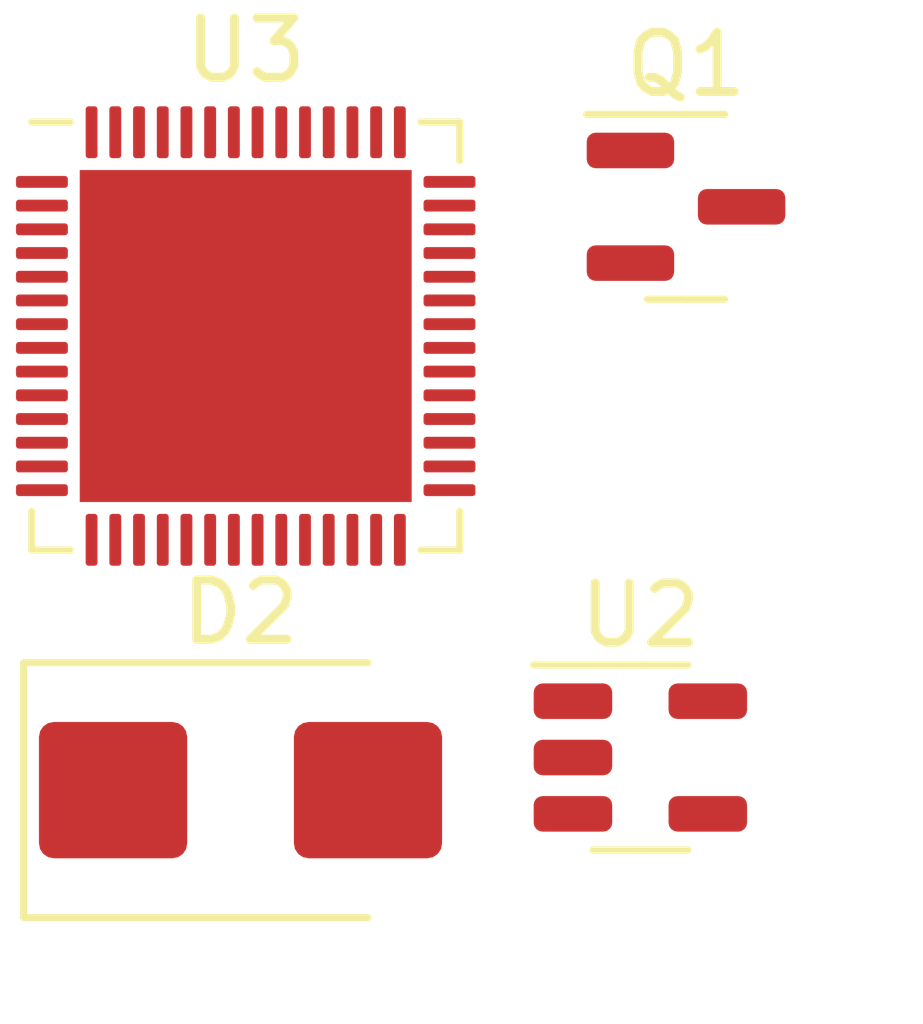
<source format=kicad_pcb>
(kicad_pcb (version 20221018) (generator pcbnew)
  (layers (0 "F.Cu" signal) (31 "B.Cu" signal) (34 "B.Paste" user) (35 "F.Paste" user) (36 "B.SilkS" user "B.Silkscreen") (37 "F.SilkS" user "F.Silkscreen") (38 "B.Mask" user) (39 "F.Mask" user) (44 "Edge.Cuts" user))
  (net 0 "")
  (net 1 "Net-(D2-K)")
  (net 2 "VCC")
  (net 3 "+BATT")
  (net 4 "Net-(D3-K)")
  (net 5 "GND")
  (net 6 "Net-(U2-PROG)")
  (net 8 "VDD3P3")
  (footprint "Package_DFN_QFN:QFN-56-1EP_7x7mm_P0.4mm_EP5.6x5.6mm" (layer "F.Cu") (at 37.66 40.2)
    (fp_text reference "U3" (at 0 -4.82) (layer "F.SilkS"))
    (fp_text value "ESP32-S3")
    (fp_line (start -3.61 3.61) (end -3.61 2.96) (stroke (width 0.12)) (layer "F.SilkS"))
    (fp_line (start -2.96 -3.61) (end -3.61 -3.61) (stroke (width 0.12)) (layer "F.SilkS"))
    (fp_line (start -2.96 3.61) (end -3.61 3.61) (stroke (width 0.12)) (layer "F.SilkS"))
    (fp_line (start 2.96 -3.61) (end 3.61 -3.61) (stroke (width 0.12)) (layer "F.SilkS"))
    (fp_line (start 2.96 3.61) (end 3.61 3.61) (stroke (width 0.12)) (layer "F.SilkS"))
    (fp_line (start 3.61 -3.61) (end 3.61 -2.96) (stroke (width 0.12)) (layer "F.SilkS"))
    (fp_line (start 3.61 3.61) (end 3.61 2.96) (stroke (width 0.12)) (layer "F.SilkS"))
    (pad "1" smd roundrect (at -3.4375 -2.6) (size 0.875 0.2) (layers "F.Cu" "F.Paste" "F.Mask"))
    (pad "2" smd roundrect (at -3.4375 -2.2) (size 0.875 0.2) (layers "F.Cu" "F.Paste" "F.Mask") (net 8 "VDD3P3"))
    (pad "3" smd roundrect (at -3.4375 -1.8) (size 0.875 0.2) (layers "F.Cu" "F.Paste" "F.Mask") (net 8 "VDD3P3"))
    (pad "4" smd roundrect (at -3.4375 -1.4) (size 0.875 0.2) (layers "F.Cu" "F.Paste" "F.Mask"))
    (pad "5" smd roundrect (at -3.4375 -1) (size 0.875 0.2) (layers "F.Cu" "F.Paste" "F.Mask"))
    (pad "6" smd roundrect (at -3.4375 -0.6) (size 0.875 0.2) (layers "F.Cu" "F.Paste" "F.Mask"))
    (pad "7" smd roundrect (at -3.4375 -0.2) (size 0.875 0.2) (layers "F.Cu" "F.Paste" "F.Mask"))
    (pad "8" smd roundrect (at -3.4375 0.2) (size 0.875 0.2) (layers "F.Cu" "F.Paste" "F.Mask"))
    (pad "9" smd roundrect (at -3.4375 0.6) (size 0.875 0.2) (layers "F.Cu" "F.Paste" "F.Mask"))
    (pad "10" smd roundrect (at -3.4375 1) (size 0.875 0.2) (layers "F.Cu" "F.Paste" "F.Mask"))
    (pad "11" smd roundrect (at -3.4375 1.4) (size 0.875 0.2) (layers "F.Cu" "F.Paste" "F.Mask"))
    (pad "12" smd roundrect (at -3.4375 1.8) (size 0.875 0.2) (layers "F.Cu" "F.Paste" "F.Mask"))
    (pad "13" smd roundrect (at -3.4375 2.2) (size 0.875 0.2) (layers "F.Cu" "F.Paste" "F.Mask"))
    (pad "14" smd roundrect (at -3.4375 2.6) (size 0.875 0.2) (layers "F.Cu" "F.Paste" "F.Mask"))
    (pad "15" smd roundrect (at -2.6 3.4375) (size 0.2 0.875) (layers "F.Cu" "F.Paste" "F.Mask"))
    (pad "16" smd roundrect (at -2.2 3.4375) (size 0.2 0.875) (layers "F.Cu" "F.Paste" "F.Mask"))
    (pad "17" smd roundrect (at -1.8 3.4375) (size 0.2 0.875) (layers "F.Cu" "F.Paste" "F.Mask"))
    (pad "18" smd roundrect (at -1.4 3.4375) (size 0.2 0.875) (layers "F.Cu" "F.Paste" "F.Mask"))
    (pad "19" smd roundrect (at -1 3.4375) (size 0.2 0.875) (layers "F.Cu" "F.Paste" "F.Mask"))
    (pad "20" smd roundrect (at -0.6 3.4375) (size 0.2 0.875) (layers "F.Cu" "F.Paste" "F.Mask"))
    (pad "21" smd roundrect (at -0.2 3.4375) (size 0.2 0.875) (layers "F.Cu" "F.Paste" "F.Mask"))
    (pad "22" smd roundrect (at 0.2 3.4375) (size 0.2 0.875) (layers "F.Cu" "F.Paste" "F.Mask"))
    (pad "23" smd roundrect (at 0.6 3.4375) (size 0.2 0.875) (layers "F.Cu" "F.Paste" "F.Mask"))
    (pad "24" smd roundrect (at 1 3.4375) (size 0.2 0.875) (layers "F.Cu" "F.Paste" "F.Mask"))
    (pad "25" smd roundrect (at 1.4 3.4375) (size 0.2 0.875) (layers "F.Cu" "F.Paste" "F.Mask"))
    (pad "26" smd roundrect (at 1.8 3.4375) (size 0.2 0.875) (layers "F.Cu" "F.Paste" "F.Mask"))
    (pad "27" smd roundrect (at 2.2 3.4375) (size 0.2 0.875) (layers "F.Cu" "F.Paste" "F.Mask"))
    (pad "28" smd roundrect (at 2.6 3.4375) (size 0.2 0.875) (layers "F.Cu" "F.Paste" "F.Mask"))
    (pad "29" smd roundrect (at 3.4375 2.6) (size 0.875 0.2) (layers "F.Cu" "F.Paste" "F.Mask"))
    (pad "30" smd roundrect (at 3.4375 2.2) (size 0.875 0.2) (layers "F.Cu" "F.Paste" "F.Mask"))
    (pad "31" smd roundrect (at 3.4375 1.8) (size 0.875 0.2) (layers "F.Cu" "F.Paste" "F.Mask"))
    (pad "32" smd roundrect (at 3.4375 1.4) (size 0.875 0.2) (layers "F.Cu" "F.Paste" "F.Mask"))
    (pad "33" smd roundrect (at 3.4375 1) (size 0.875 0.2) (layers "F.Cu" "F.Paste" "F.Mask"))
    (pad "34" smd roundrect (at 3.4375 0.6) (size 0.875 0.2) (layers "F.Cu" "F.Paste" "F.Mask"))
    (pad "35" smd roundrect (at 3.4375 0.2) (size 0.875 0.2) (layers "F.Cu" "F.Paste" "F.Mask"))
    (pad "36" smd roundrect (at 3.4375 -0.2) (size 0.875 0.2) (layers "F.Cu" "F.Paste" "F.Mask"))
    (pad "37" smd roundrect (at 3.4375 -0.6) (size 0.875 0.2) (layers "F.Cu" "F.Paste" "F.Mask"))
    (pad "38" smd roundrect (at 3.4375 -1) (size 0.875 0.2) (layers "F.Cu" "F.Paste" "F.Mask"))
    (pad "39" smd roundrect (at 3.4375 -1.4) (size 0.875 0.2) (layers "F.Cu" "F.Paste" "F.Mask"))
    (pad "40" smd roundrect (at 3.4375 -1.8) (size 0.875 0.2) (layers "F.Cu" "F.Paste" "F.Mask"))
    (pad "41" smd roundrect (at 3.4375 -2.2) (size 0.875 0.2) (layers "F.Cu" "F.Paste" "F.Mask"))
    (pad "42" smd roundrect (at 3.4375 -2.6) (size 0.875 0.2) (layers "F.Cu" "F.Paste" "F.Mask"))
    (pad "43" smd roundrect (at 2.6 -3.4375) (size 0.2 0.875) (layers "F.Cu" "F.Paste" "F.Mask"))
    (pad "44" smd roundrect (at 2.2 -3.4375) (size 0.2 0.875) (layers "F.Cu" "F.Paste" "F.Mask"))
    (pad "45" smd roundrect (at 1.8 -3.4375) (size 0.2 0.875) (layers "F.Cu" "F.Paste" "F.Mask"))
    (pad "46" smd roundrect (at 1.4 -3.4375) (size 0.2 0.875) (layers "F.Cu" "F.Paste" "F.Mask"))
    (pad "47" smd roundrect (at 1 -3.4375) (size 0.2 0.875) (layers "F.Cu" "F.Paste" "F.Mask"))
    (pad "48" smd roundrect (at 0.6 -3.4375) (size 0.2 0.875) (layers "F.Cu" "F.Paste" "F.Mask"))
    (pad "49" smd roundrect (at 0.2 -3.4375) (size 0.2 0.875) (layers "F.Cu" "F.Paste" "F.Mask"))
    (pad "50" smd roundrect (at -0.2 -3.4375) (size 0.2 0.875) (layers "F.Cu" "F.Paste" "F.Mask"))
    (pad "51" smd roundrect (at -0.6 -3.4375) (size 0.2 0.875) (layers "F.Cu" "F.Paste" "F.Mask"))
    (pad "52" smd roundrect (at -1 -3.4375) (size 0.2 0.875) (layers "F.Cu" "F.Paste" "F.Mask"))
    (pad "53" smd roundrect (at -1.4 -3.4375) (size 0.2 0.875) (layers "F.Cu" "F.Paste" "F.Mask"))
    (pad "54" smd roundrect (at -1.8 -3.4375) (size 0.2 0.875) (layers "F.Cu" "F.Paste" "F.Mask"))
    (pad "55" smd roundrect (at -2.2 -3.4375) (size 0.2 0.875) (layers "F.Cu" "F.Paste" "F.Mask") (net 8 "VDD3P3"))
    (pad "56" smd roundrect (at -2.6 -3.4375) (size 0.2 0.875) (layers "F.Cu" "F.Paste" "F.Mask") (net 8 "VDD3P3"))
    (pad "57" smd rect (at 0 0) (size 5.6 5.6) (layers "F.Cu" "F.Mask"))
  )
  (footprint "Package_TO_SOT_SMD:SOT-23-5" (layer "F.Cu") (at 44.3175 47.31)
    (fp_text reference "U2" (at 0 -2.4) (layer "F.SilkS"))
    (fp_text value "MCP73831")
    (fp_line (start 0 -1.56) (end -1.8 -1.56) (stroke (width 0.12)) (layer "F.SilkS"))
    (fp_line (start 0 -1.56) (end 0.8 -1.56) (stroke (width 0.12)) (layer "F.SilkS"))
    (fp_line (start 0 1.56) (end -0.8 1.56) (stroke (width 0.12)) (layer "F.SilkS"))
    (fp_line (start 0 1.56) (end 0.8 1.56) (stroke (width 0.12)) (layer "F.SilkS"))
    (pad "1" smd roundrect (at -1.1375 -0.95) (size 1.325 0.6) (layers "F.Cu" "F.Paste" "F.Mask") (net 4 "Net-(D3-K)"))
    (pad "2" smd roundrect (at -1.1375 0) (size 1.325 0.6) (layers "F.Cu" "F.Paste" "F.Mask") (net 5 "GND"))
    (pad "3" smd roundrect (at -1.1375 0.95) (size 1.325 0.6) (layers "F.Cu" "F.Paste" "F.Mask") (net 3 "+BATT"))
    (pad "4" smd roundrect (at 1.1375 0.95) (size 1.325 0.6) (layers "F.Cu" "F.Paste" "F.Mask") (net 2 "VCC"))
    (pad "5" smd roundrect (at 1.1375 -0.95) (size 1.325 0.6) (layers "F.Cu" "F.Paste" "F.Mask") (net 6 "Net-(U2-PROG)"))
  )
  (footprint "Diode_SMD:D_SMB" (layer "F.Cu") (at 37.5725 47.86)
    (fp_text reference "D2" (at 0 -3) (layer "F.SilkS"))
    (fp_text value "B220")
    (fp_line (start -3.66 -2.15) (end -3.66 2.15) (stroke (width 0.12)) (layer "F.SilkS"))
    (fp_line (start -3.66 -2.15) (end 2.15 -2.15) (stroke (width 0.12)) (layer "F.SilkS"))
    (fp_line (start -3.66 2.15) (end 2.15 2.15) (stroke (width 0.12)) (layer "F.SilkS"))
    (pad "1" smd roundrect (at -2.15 0) (size 2.5 2.3) (layers "F.Cu" "F.Paste" "F.Mask") (roundrect_rratio 0.1086956522) (net 1 "Net-(D2-K)"))
    (pad "2" smd roundrect (at 2.15 0) (size 2.5 2.3) (layers "F.Cu" "F.Paste" "F.Mask") (roundrect_rratio 0.1086956522) (net 2 "VCC"))
  )
  (footprint "Package_TO_SOT_SMD:SOT-23" (layer "F.Cu") (at 45.0875 38.02)
    (fp_text reference "Q1" (at 0 -2.4) (layer "F.SilkS"))
    (fp_text value "DMG2301L")
    (fp_line (start 0 -1.56) (end -1.675 -1.56) (stroke (width 0.12)) (layer "F.SilkS"))
    (fp_line (start 0 -1.56) (end 0.65 -1.56) (stroke (width 0.12)) (layer "F.SilkS"))
    (fp_line (start 0 1.56) (end -0.65 1.56) (stroke (width 0.12)) (layer "F.SilkS"))
    (fp_line (start 0 1.56) (end 0.65 1.56) (stroke (width 0.12)) (layer "F.SilkS"))
    (pad "1" smd roundrect (at -0.9375 -0.95) (size 1.475 0.6) (layers "F.Cu" "F.Paste" "F.Mask") (net 2 "VCC"))
    (pad "2" smd roundrect (at -0.9375 0.95) (size 1.475 0.6) (layers "F.Cu" "F.Paste" "F.Mask") (net 1 "Net-(D2-K)"))
    (pad "3" smd roundrect (at 0.9375 0) (size 1.475 0.6) (layers "F.Cu" "F.Paste" "F.Mask") (net 3 "+BATT"))
  )
)
</source>
